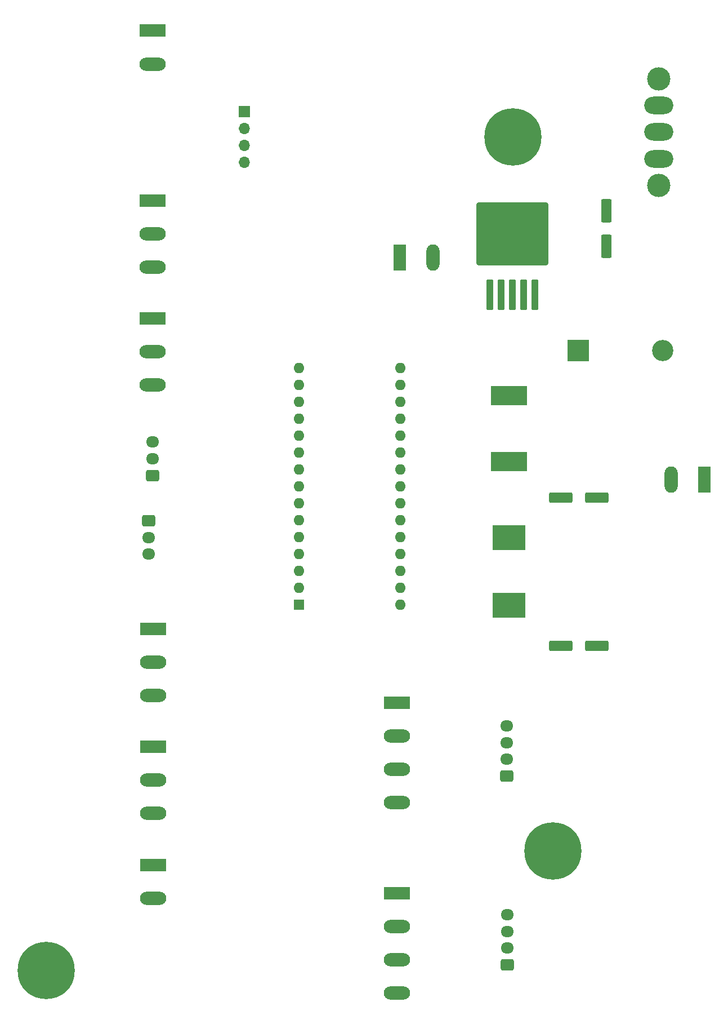
<source format=gbr>
%TF.GenerationSoftware,KiCad,Pcbnew,7.0.7-7.0.7~ubuntu22.04.1*%
%TF.CreationDate,2023-09-29T08:45:34-06:00*%
%TF.ProjectId,stepper_microscope_stage,73746570-7065-4725-9f6d-6963726f7363,9*%
%TF.SameCoordinates,Original*%
%TF.FileFunction,Soldermask,Bot*%
%TF.FilePolarity,Negative*%
%FSLAX46Y46*%
G04 Gerber Fmt 4.6, Leading zero omitted, Abs format (unit mm)*
G04 Created by KiCad (PCBNEW 7.0.7-7.0.7~ubuntu22.04.1) date 2023-09-29 08:45:34*
%MOMM*%
%LPD*%
G01*
G04 APERTURE LIST*
G04 Aperture macros list*
%AMRoundRect*
0 Rectangle with rounded corners*
0 $1 Rounding radius*
0 $2 $3 $4 $5 $6 $7 $8 $9 X,Y pos of 4 corners*
0 Add a 4 corners polygon primitive as box body*
4,1,4,$2,$3,$4,$5,$6,$7,$8,$9,$2,$3,0*
0 Add four circle primitives for the rounded corners*
1,1,$1+$1,$2,$3*
1,1,$1+$1,$4,$5*
1,1,$1+$1,$6,$7*
1,1,$1+$1,$8,$9*
0 Add four rect primitives between the rounded corners*
20,1,$1+$1,$2,$3,$4,$5,0*
20,1,$1+$1,$4,$5,$6,$7,0*
20,1,$1+$1,$6,$7,$8,$9,0*
20,1,$1+$1,$8,$9,$2,$3,0*%
G04 Aperture macros list end*
%ADD10O,1.950000X1.700000*%
%ADD11RoundRect,0.250000X0.725000X-0.600000X0.725000X0.600000X-0.725000X0.600000X-0.725000X-0.600000X0*%
%ADD12R,3.960000X1.980000*%
%ADD13O,3.960000X1.980000*%
%ADD14C,8.600000*%
%ADD15C,3.500000*%
%ADD16O,4.375000X2.625000*%
%ADD17RoundRect,0.250000X-1.500000X-0.550000X1.500000X-0.550000X1.500000X0.550000X-1.500000X0.550000X0*%
%ADD18RoundRect,0.250000X-0.725000X0.600000X-0.725000X-0.600000X0.725000X-0.600000X0.725000X0.600000X0*%
%ADD19RoundRect,0.250000X0.300000X-2.050000X0.300000X2.050000X-0.300000X2.050000X-0.300000X-2.050000X0*%
%ADD20RoundRect,0.250002X5.149998X-4.449998X5.149998X4.449998X-5.149998X4.449998X-5.149998X-4.449998X0*%
%ADD21O,1.700000X1.700000*%
%ADD22R,1.700000X1.700000*%
%ADD23R,5.400000X2.900000*%
%ADD24R,3.200000X3.200000*%
%ADD25O,3.200000X3.200000*%
%ADD26R,1.600000X1.600000*%
%ADD27O,1.600000X1.600000*%
%ADD28R,1.980000X3.960000*%
%ADD29O,1.980000X3.960000*%
%ADD30R,5.000000X3.850000*%
%ADD31RoundRect,0.250000X-0.550000X1.500000X-0.550000X-1.500000X0.550000X-1.500000X0.550000X1.500000X0*%
G04 APERTURE END LIST*
D10*
%TO.C,J5*%
X123050000Y-127300000D03*
X123050000Y-129800000D03*
X123050000Y-132300000D03*
D11*
X123050000Y-134800000D03*
%TD*%
D12*
%TO.C,J3*%
X106550000Y-123790000D03*
D13*
X106550000Y-128790000D03*
X106550000Y-133790000D03*
X106550000Y-138790000D03*
%TD*%
D14*
%TO.C,H3*%
X53750000Y-164000000D03*
%TD*%
%TO.C,H1*%
X124000000Y-38750000D03*
%TD*%
%TO.C,H1*%
X130000000Y-146050000D03*
%TD*%
D15*
%TO.C,SW1*%
X145905000Y-46055000D03*
X145905000Y-30055000D03*
D16*
X145905000Y-42055000D03*
X145905000Y-38055000D03*
X145905000Y-34055000D03*
%TD*%
D17*
%TO.C,C3*%
X131150000Y-115250000D03*
X136550000Y-115250000D03*
%TD*%
D12*
%TO.C,J2*%
X106540000Y-152400000D03*
D13*
X106540000Y-157400000D03*
X106540000Y-162400000D03*
X106540000Y-167400000D03*
%TD*%
D18*
%TO.C,LIMIT2*%
X69200000Y-96450000D03*
D10*
X69200000Y-98950000D03*
X69200000Y-101450000D03*
%TD*%
D12*
%TO.C,STEPSIGGND2*%
X69910816Y-130422144D03*
D13*
X69910816Y-135422144D03*
X69910816Y-140422144D03*
%TD*%
D12*
%TO.C,STEPSIG1*%
X69750000Y-48322144D03*
D13*
X69750000Y-53322144D03*
X69750000Y-58322144D03*
%TD*%
D19*
%TO.C,TL2575*%
X127300000Y-62500000D03*
X125600000Y-62500000D03*
X123900000Y-62500000D03*
D20*
X123900000Y-53350000D03*
D19*
X122200000Y-62500000D03*
X120500000Y-62500000D03*
%TD*%
D21*
%TO.C,J2*%
X83600000Y-42595000D03*
X83600000Y-40055000D03*
X83600000Y-37515000D03*
D22*
X83600000Y-34975000D03*
%TD*%
D12*
%TO.C,STEPGND1*%
X69900816Y-148202144D03*
D13*
X69900816Y-153202144D03*
%TD*%
D12*
%TO.C,STEPSIGGND1*%
X69910816Y-112672144D03*
D13*
X69910816Y-117672144D03*
X69910816Y-122672144D03*
%TD*%
D11*
%TO.C,LIMIT1*%
X69810000Y-89632856D03*
D10*
X69810000Y-87132856D03*
X69810000Y-84632856D03*
%TD*%
D23*
%TO.C,L1*%
X123400000Y-77650000D03*
X123400000Y-87550000D03*
%TD*%
D12*
%TO.C,STEPPWR1*%
X69750000Y-22825000D03*
D13*
X69750000Y-27825000D03*
%TD*%
D24*
%TO.C,D1*%
X133800000Y-70850000D03*
D25*
X146500000Y-70850000D03*
%TD*%
D26*
%TO.C,A1*%
X91790000Y-109047144D03*
D27*
X91790000Y-106507144D03*
X91790000Y-103967144D03*
X91790000Y-101427144D03*
X91790000Y-98887144D03*
X91790000Y-96347144D03*
X91790000Y-93807144D03*
X91790000Y-91267144D03*
X91790000Y-88727144D03*
X91790000Y-86187144D03*
X91790000Y-83647144D03*
X91790000Y-81107144D03*
X91790000Y-78567144D03*
X91790000Y-76027144D03*
X91790000Y-73487144D03*
X107030000Y-73487144D03*
X107030000Y-76027144D03*
X107030000Y-78567144D03*
X107030000Y-81107144D03*
X107030000Y-83647144D03*
X107030000Y-86187144D03*
X107030000Y-88727144D03*
X107030000Y-91267144D03*
X107030000Y-93807144D03*
X107030000Y-96347144D03*
X107030000Y-98887144D03*
X107030000Y-101427144D03*
X107030000Y-103967144D03*
X107030000Y-106507144D03*
X107030000Y-109047144D03*
%TD*%
D28*
%TO.C,JOYIN1*%
X106985000Y-56950000D03*
D29*
X111985000Y-56950000D03*
%TD*%
D30*
%TO.C,L2*%
X123400000Y-99025000D03*
X123400000Y-109175000D03*
%TD*%
D31*
%TO.C,C1*%
X138000000Y-49850000D03*
X138000000Y-55250000D03*
%TD*%
D13*
%TO.C,STEPSIG2*%
X69750000Y-76072144D03*
X69750000Y-71072144D03*
D12*
X69750000Y-66072144D03*
%TD*%
D17*
%TO.C,C2*%
X131150000Y-92950000D03*
X136550000Y-92950000D03*
%TD*%
D11*
%TO.C,J4*%
X123090000Y-163160000D03*
D10*
X123090000Y-160660000D03*
X123090000Y-158160000D03*
X123090000Y-155660000D03*
%TD*%
D29*
%TO.C,VIN1*%
X147765000Y-90225000D03*
D28*
X152765000Y-90225000D03*
%TD*%
M02*

</source>
